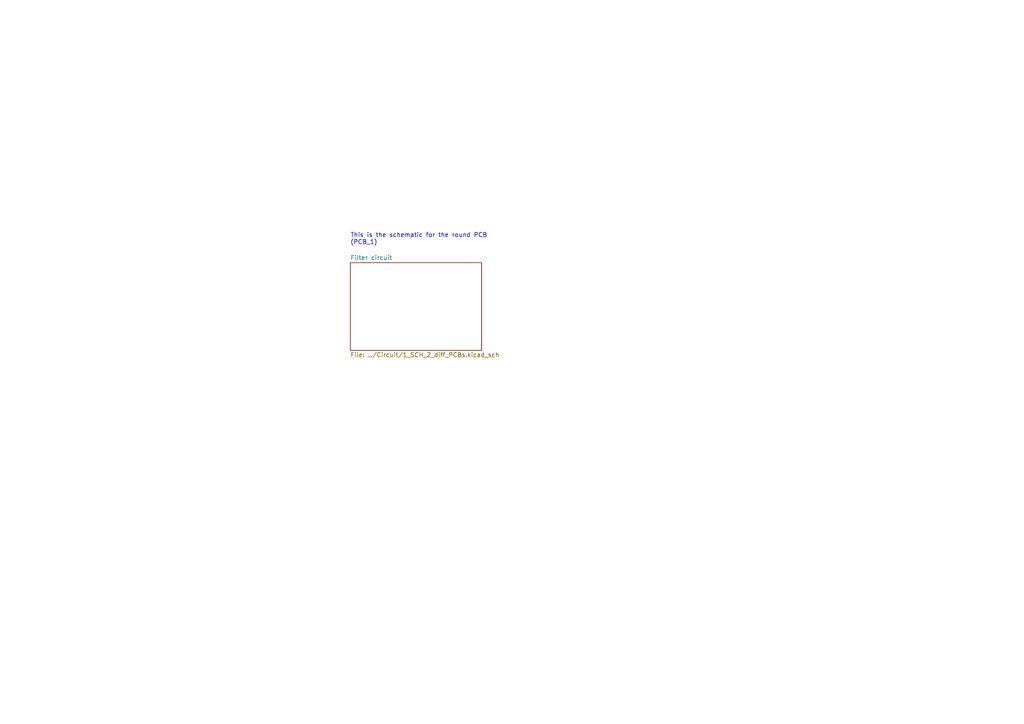
<source format=kicad_sch>
(kicad_sch (version 20211123) (generator eeschema)
  (paper "A4")
  (title_block (title "Round PCB (PCB 1)"))
  (lib_symbols)
  (text "This is the schematic for the round PCB\n(PCB_1)" (at 101.6 71.12 0) (effects (font (size 1.27 1.27)) (justify left bottom)))
  (sheet (at 101.6 76.2) (size 38.1 25.4) (stroke (width 0.1524))
    (property "Sheet name" "Filter circuit" (at 101.6 75.4884 0) (effects (justify left bottom)))
    (property "Sheet file" "../Circuit/1_SCH_2_diff_PCBs.kicad_sch" (at 101.6 102.1846 0) (effects (justify left top)))
  )
)
</source>
